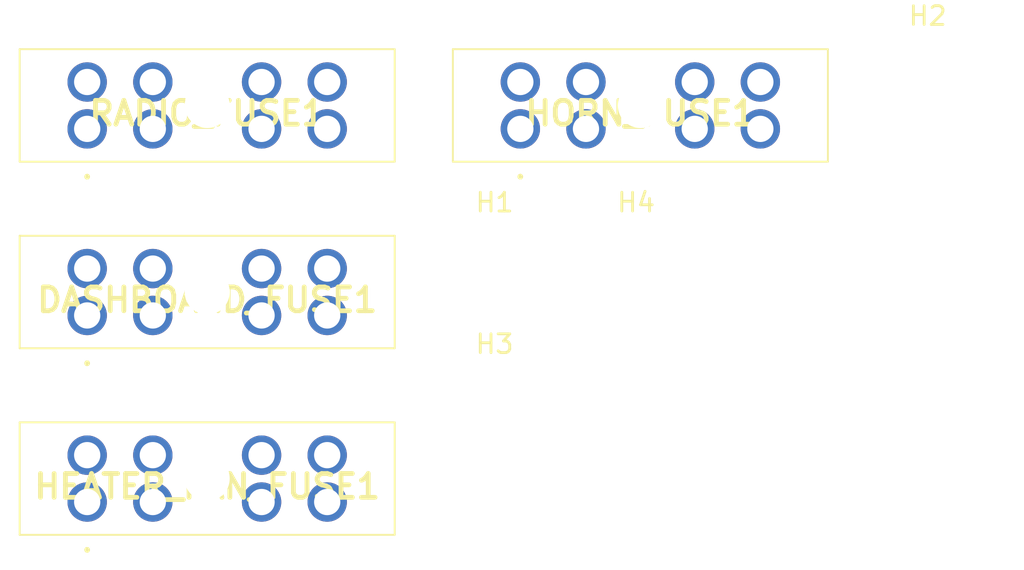
<source format=kicad_pcb>
(kicad_pcb (version 20211014) (generator pcbnew)
  (layers (0 "F.Cu" signal) (31 "B.Cu" signal) (34 "B.Paste" user) (35 "F.Paste" user) (36 "B.SilkS" user "B.Silkscreen") (37 "F.SilkS" user "F.Silkscreen") (38 "B.Mask" user) (39 "F.Mask" user) (44 "Edge.Cuts" user))
  (net 0 "")
  (net 1 "DASHBOARD_12V")
  (net 2 "Net-(HORN_FUSE1-Pad3)")
  (net 3 "PERM_12V")
  (net 4 "HEATER_FAN_12V")
  (net 5 "Net-(RADIO_FUSE1-Pad3)")
  (net 6 "HORN_SWITCH_A")
  (footprint "Socket:17861650001" (layer "F.Cu") (at 157.72 128.48)
    (fp_text reference "HORN_FUSE1" (at 6.4 -0.825) (layer "F.SilkS") (effects (font (size 1.27 1.27) (thickness 0.254))))
    (fp_text value "178.6165.0001" hide)
    (fp_line (start 0 2.5) (end 0 2.5) (layer "F.SilkS") (width 0.2))
    (fp_line (start 0 2.5) (end 0 2.5) (layer "F.SilkS") (width 0.2))
    (fp_line (start 16.4 1.75) (end -3.6 1.75) (layer "F.SilkS") (width 0.1))
    (fp_line (start -3.6 1.75) (end -3.6 -4.25) (layer "F.SilkS") (width 0.1))
    (fp_line (start -3.6 -4.25) (end 16.4 -4.25) (layer "F.SilkS") (width 0.1))
    (fp_line (start 16.4 -4.25) (end 16.4 1.75) (layer "F.SilkS") (width 0.1))
    (fp_line (start 0 2.6) (end 0 2.6) (layer "F.SilkS") (width 0.2))
    (fp_arc (start 0 2.6) (mid -0.05 2.55) (end 0 2.5) (layer "F.SilkS") (width 0.2))
    (fp_arc (start 0 2.5) (mid 0.05 2.55) (end 0 2.6) (layer "F.SilkS") (width 0.2))
    (fp_arc (start 0 2.6) (mid -0.05 2.55) (end 0 2.5) (layer "F.SilkS") (width 0.2))
    (pad "" np_thru_hole circle (at 6.4 -1.25) (size 2.4 2.4) (drill 2.4) (layers *.Cu *.Mask))
    (pad "1" thru_hole circle (at 0 0) (size 2.1 2.1) (drill 1.4) (layers *.Cu *.Mask) (net 6 "HORN_SWITCH_A"))
    (pad "2" thru_hole circle (at 3.5 0) (size 2.1 2.1) (drill 1.4) (layers *.Cu *.Mask) (net 6 "HORN_SWITCH_A"))
    (pad "3" thru_hole circle (at 9.3 0) (size 2.1 2.1) (drill 1.4) (layers *.Cu *.Mask) (net 2 "Net-(HORN_FUSE1-Pad3)"))
    (pad "4" thru_hole circle (at 12.8 0) (size 2.1 2.1) (drill 1.4) (layers *.Cu *.Mask) (net 2 "Net-(HORN_FUSE1-Pad3)"))
    (pad "5" thru_hole circle (at 12.8 -2.5) (size 2.1 2.1) (drill 1.4) (layers *.Cu *.Mask) (net 2 "Net-(HORN_FUSE1-Pad3)"))
    (pad "6" thru_hole circle (at 9.3 -2.5) (size 2.1 2.1) (drill 1.4) (layers *.Cu *.Mask) (net 2 "Net-(HORN_FUSE1-Pad3)"))
    (pad "7" thru_hole circle (at 3.5 -2.5) (size 2.1 2.1) (drill 1.4) (layers *.Cu *.Mask) (net 6 "HORN_SWITCH_A"))
    (pad "8" thru_hole circle (at 0 -2.5) (size 2.1 2.1) (drill 1.4) (layers *.Cu *.Mask) (net 6 "HORN_SWITCH_A"))
  )
  (footprint "Socket:17861650001" (layer "F.Cu") (at 134.62 138.43)
    (fp_text reference "DASHBOARD_FUSE1" (at 6.4 -0.825) (layer "F.SilkS") (effects (font (size 1.27 1.27) (thickness 0.254))))
    (fp_text value "178.6165.0001" hide)
    (fp_line (start -3.6 1.75) (end -3.6 -4.25) (layer "F.SilkS") (width 0.1))
    (fp_line (start 16.4 -4.25) (end 16.4 1.75) (layer "F.SilkS") (width 0.1))
    (fp_line (start 0 2.5) (end 0 2.5) (layer "F.SilkS") (width 0.2))
    (fp_line (start 16.4 1.75) (end -3.6 1.75) (layer "F.SilkS") (width 0.1))
    (fp_line (start 0 2.5) (end 0 2.5) (layer "F.SilkS") (width 0.2))
    (fp_line (start 0 2.6) (end 0 2.6) (layer "F.SilkS") (width 0.2))
    (fp_line (start -3.6 -4.25) (end 16.4 -4.25) (layer "F.SilkS") (width 0.1))
    (fp_arc (start 0 2.6) (mid -0.05 2.55) (end 0 2.5) (layer "F.SilkS") (width 0.2))
    (fp_arc (start 0 2.5) (mid 0.05 2.55) (end 0 2.6) (layer "F.SilkS") (width 0.2))
    (fp_arc (start 0 2.6) (mid -0.05 2.55) (end 0 2.5) (layer "F.SilkS") (width 0.2))
    (pad "" np_thru_hole circle (at 6.4 -1.25) (size 2.4 2.4) (drill 2.4) (layers *.Cu *.Mask))
    (pad "1" thru_hole circle (at 0 0) (size 2.1 2.1) (drill 1.4) (layers *.Cu *.Mask) (net 3 "PERM_12V"))
    (pad "2" thru_hole circle (at 3.5 0) (size 2.1 2.1) (drill 1.4) (layers *.Cu *.Mask) (net 3 "PERM_12V"))
    (pad "3" thru_hole circle (at 9.3 0) (size 2.1 2.1) (drill 1.4) (layers *.Cu *.Mask) (net 1 "DASHBOARD_12V"))
    (pad "4" thru_hole circle (at 12.8 0) (size 2.1 2.1) (drill 1.4) (layers *.Cu *.Mask) (net 1 "DASHBOARD_12V"))
    (pad "5" thru_hole circle (at 12.8 -2.5) (size 2.1 2.1) (drill 1.4) (layers *.Cu *.Mask) (net 1 "DASHBOARD_12V"))
    (pad "6" thru_hole circle (at 9.3 -2.5) (size 2.1 2.1) (drill 1.4) (layers *.Cu *.Mask) (net 1 "DASHBOARD_12V"))
    (pad "7" thru_hole circle (at 3.5 -2.5) (size 2.1 2.1) (drill 1.4) (layers *.Cu *.Mask) (net 3 "PERM_12V"))
    (pad "8" thru_hole circle (at 0 -2.5) (size 2.1 2.1) (drill 1.4) (layers *.Cu *.Mask) (net 3 "PERM_12V"))
  )
  (footprint "MountingHole:MountingHole_3mm" (layer "F.Cu") (at 156.345 136.405)
    (fp_text reference "H1" (at 0 -4) (layer "F.SilkS"))
    (fp_text value "MountingHole")
    (pad "" np_thru_hole circle (at 0 0) (size 3 3) (drill 3) (layers *.Cu *.Mask))
  )
  (footprint "MountingHole:MountingHole_3mm" (layer "F.Cu") (at 156.345 143.955)
    (fp_text reference "H3" (at 0 -4) (layer "F.SilkS"))
    (fp_text value "MountingHole")
    (pad "" np_thru_hole circle (at 0 0) (size 3 3) (drill 3) (layers *.Cu *.Mask))
  )
  (footprint "MountingHole:MountingHole_3mm" (layer "F.Cu") (at 179.445 126.455)
    (fp_text reference "H2" (at 0 -4) (layer "F.SilkS"))
    (fp_text value "MountingHole")
    (pad "" np_thru_hole circle (at 0 0) (size 3 3) (drill 3) (layers *.Cu *.Mask))
  )
  (footprint "MountingHole:MountingHole_3mm" (layer "F.Cu") (at 163.895 136.405)
    (fp_text reference "H4" (at 0 -4) (layer "F.SilkS"))
    (fp_text value "MountingHole")
    (pad "" np_thru_hole circle (at 0 0) (size 3 3) (drill 3) (layers *.Cu *.Mask))
  )
  (footprint "Socket:17861650001" (layer "F.Cu") (at 134.62 148.38)
    (fp_text reference "HEATER_FAN_FUSE1" (at 6.4 -0.825) (layer "F.SilkS") (effects (font (size 1.27 1.27) (thickness 0.254))))
    (fp_text value "178.6165.0001" hide)
    (fp_line (start 0 2.5) (end 0 2.5) (layer "F.SilkS") (width 0.2))
    (fp_line (start -3.6 1.75) (end -3.6 -4.25) (layer "F.SilkS") (width 0.1))
    (fp_line (start 16.4 1.75) (end -3.6 1.75) (layer "F.SilkS") (width 0.1))
    (fp_line (start -3.6 -4.25) (end 16.4 -4.25) (layer "F.SilkS") (width 0.1))
    (fp_line (start 0 2.6) (end 0 2.6) (layer "F.SilkS") (width 0.2))
    (fp_line (start 16.4 -4.25) (end 16.4 1.75) (layer "F.SilkS") (width 0.1))
    (fp_line (start 0 2.5) (end 0 2.5) (layer "F.SilkS") (width 0.2))
    (fp_arc (start 0 2.5) (mid 0.05 2.55) (end 0 2.6) (layer "F.SilkS") (width 0.2))
    (fp_arc (start 0 2.6) (mid -0.05 2.55) (end 0 2.5) (layer "F.SilkS") (width 0.2))
    (fp_arc (start 0 2.6) (mid -0.05 2.55) (end 0 2.5) (layer "F.SilkS") (width 0.2))
    (pad "" np_thru_hole circle (at 6.4 -1.25) (size 2.4 2.4) (drill 2.4) (layers *.Cu *.Mask))
    (pad "1" thru_hole circle (at 0 0) (size 2.1 2.1) (drill 1.4) (layers *.Cu *.Mask) (net 6 "HORN_SWITCH_A"))
    (pad "2" thru_hole circle (at 3.5 0) (size 2.1 2.1) (drill 1.4) (layers *.Cu *.Mask) (net 6 "HORN_SWITCH_A"))
    (pad "3" thru_hole circle (at 9.3 0) (size 2.1 2.1) (drill 1.4) (layers *.Cu *.Mask) (net 4 "HEATER_FAN_12V"))
    (pad "4" thru_hole circle (at 12.8 0) (size 2.1 2.1) (drill 1.4) (layers *.Cu *.Mask) (net 4 "HEATER_FAN_12V"))
    (pad "5" thru_hole circle (at 12.8 -2.5) (size 2.1 2.1) (drill 1.4) (layers *.Cu *.Mask) (net 4 "HEATER_FAN_12V"))
    (pad "6" thru_hole circle (at 9.3 -2.5) (size 2.1 2.1) (drill 1.4) (layers *.Cu *.Mask) (net 4 "HEATER_FAN_12V"))
    (pad "7" thru_hole circle (at 3.5 -2.5) (size 2.1 2.1) (drill 1.4) (layers *.Cu *.Mask) (net 6 "HORN_SWITCH_A"))
    (pad "8" thru_hole circle (at 0 -2.5) (size 2.1 2.1) (drill 1.4) (layers *.Cu *.Mask) (net 6 "HORN_SWITCH_A"))
  )
  (footprint "Socket:17861650001" (layer "F.Cu") (at 134.62 128.48)
    (fp_text reference "RADIO_FUSE1" (at 6.4 -0.825) (layer "F.SilkS") (effects (font (size 1.27 1.27) (thickness 0.254))))
    (fp_text value "178.6165.0001" hide)
    (fp_line (start -3.6 -4.25) (end 16.4 -4.25) (layer "F.SilkS") (width 0.1))
    (fp_line (start 16.4 1.75) (end -3.6 1.75) (layer "F.SilkS") (width 0.1))
    (fp_line (start 0 2.5) (end 0 2.5) (layer "F.SilkS") (width 0.2))
    (fp_line (start 0 2.6) (end 0 2.6) (layer "F.SilkS") (width 0.2))
    (fp_line (start 0 2.5) (end 0 2.5) (layer "F.SilkS") (width 0.2))
    (fp_line (start -3.6 1.75) (end -3.6 -4.25) (layer "F.SilkS") (width 0.1))
    (fp_line (start 16.4 -4.25) (end 16.4 1.75) (layer "F.SilkS") (width 0.1))
    (fp_arc (start 0 2.6) (mid -0.05 2.55) (end 0 2.5) (layer "F.SilkS") (width 0.2))
    (fp_arc (start 0 2.5) (mid 0.05 2.55) (end 0 2.6) (layer "F.SilkS") (width 0.2))
    (fp_arc (start 0 2.6) (mid -0.05 2.55) (end 0 2.5) (layer "F.SilkS") (width 0.2))
    (pad "" np_thru_hole circle (at 6.4 -1.25) (size 2.4 2.4) (drill 2.4) (layers *.Cu *.Mask))
    (pad "1" thru_hole circle (at 0 0) (size 2.1 2.1) (drill 1.4) (layers *.Cu *.Mask) (net 3 "PERM_12V"))
    (pad "2" thru_hole circle (at 3.5 0) (size 2.1 2.1) (drill 1.4) (layers *.Cu *.Mask) (net 3 "PERM_12V"))
    (pad "3" thru_hole circle (at 9.3 0) (size 2.1 2.1) (drill 1.4) (layers *.Cu *.Mask) (net 5 "Net-(RADIO_FUSE1-Pad3)"))
    (pad "4" thru_hole circle (at 12.8 0) (size 2.1 2.1) (drill 1.4) (layers *.Cu *.Mask) (net 5 "Net-(RADIO_FUSE1-Pad3)"))
    (pad "5" thru_hole circle (at 12.8 -2.5) (size 2.1 2.1) (drill 1.4) (layers *.Cu *.Mask) (net 5 "Net-(RADIO_FUSE1-Pad3)"))
    (pad "6" thru_hole circle (at 9.3 -2.5) (size 2.1 2.1) (drill 1.4) (layers *.Cu *.Mask) (net 5 "Net-(RADIO_FUSE1-Pad3)"))
    (pad "7" thru_hole circle (at 3.5 -2.5) (size 2.1 2.1) (drill 1.4) (layers *.Cu *.Mask) (net 3 "PERM_12V"))
    (pad "8" thru_hole circle (at 0 -2.5) (size 2.1 2.1) (drill 1.4) (layers *.Cu *.Mask) (net 3 "PERM_12V"))
  )
)
</source>
